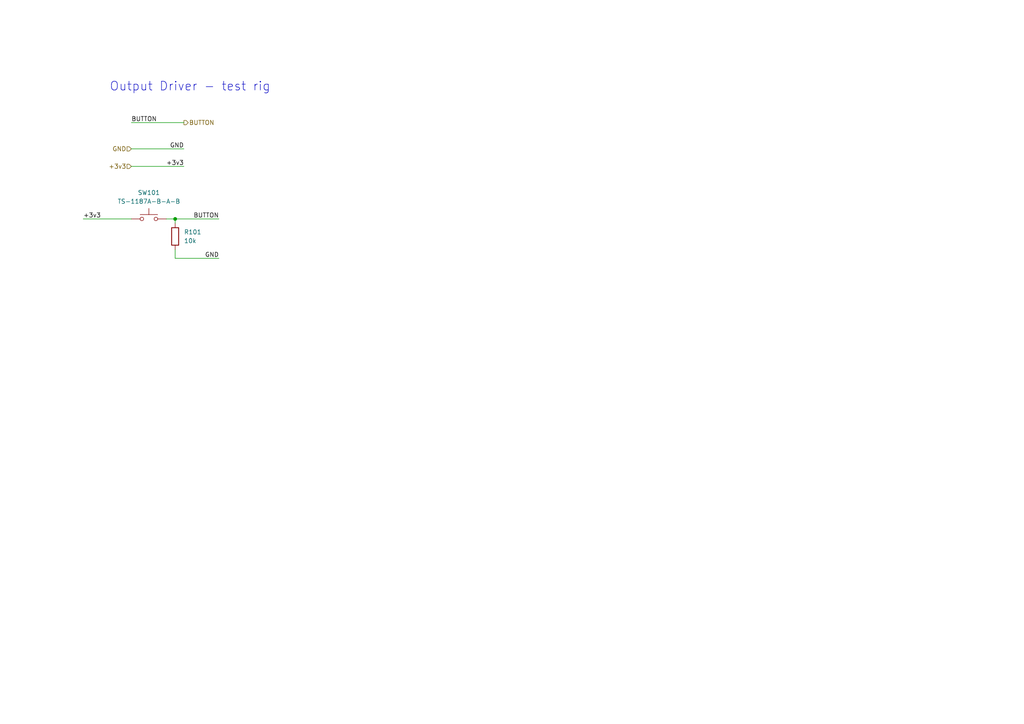
<source format=kicad_sch>
(kicad_sch (version 20231120) (generator "eeschema") (generator_version "8.0")
  (paper "A4")
  (title_block (title "xDuinoRail - LocDecoder - Development Kit") (date "2024-10-09") (rev "v0.2") (company "Chatelain Engineering, Bern - CH"))
  (lib_symbols
    (symbol "Device:R" (pin_numbers hide) (pin_names (offset 0))
      (property "Reference" "R" (at 2.032 0 90))
      (property "Value" "R" (at 0 0 90))
      (symbol "R_0_1"
        (rectangle (start -1.016 -2.54) (end 1.016 2.54) (stroke (width 0.254)))
      )
      (symbol "R_1_1"
        (pin passive line (at 0 3.81 270) (length 1.27) (name "~") (number "1"))
        (pin passive line (at 0 -3.81 90) (length 1.27) (name "~") (number "2"))
      )
    )
    (symbol "Switch:SW_Push" (pin_numbers hide) (pin_names (offset 1.016) hide)
      (property "Reference" "SW" (at 1.27 2.54 0))
      (property "Value" "SW_Push" (at 0 -1.524 0))
      (symbol "SW_Push_0_1"
        (circle (center -2.032 0) (radius 0.508))
        (polyline (pts (xy 0 1.27) (xy 0 3.048)))
        (polyline (pts (xy 2.54 1.27) (xy -2.54 1.27)))
        (circle (center 2.032 0) (radius 0.508))
        (pin passive line (at -5.08 0 0) (length 2.54) (name "1") (number "1"))
        (pin passive line (at 5.08 0 180) (length 2.54) (name "2") (number "2"))
      )
    )
  )
  (junction (at 50.8 63.5))
  (wire (pts (xy 50.8 63.5) (xy 48.26 63.5)))
  (wire (pts (xy 24.13 63.5) (xy 38.1 63.5)))
  (wire (pts (xy 53.34 48.26) (xy 38.1 48.26)))
  (wire (pts (xy 38.1 35.56) (xy 53.34 35.56)))
  (wire (pts (xy 50.8 74.93) (xy 63.5 74.93)))
  (wire (pts (xy 53.34 43.18) (xy 38.1 43.18)))
  (wire (pts (xy 50.8 64.77) (xy 50.8 63.5)))
  (wire (pts (xy 50.8 72.39) (xy 50.8 74.93)))
  (wire (pts (xy 63.5 63.5) (xy 50.8 63.5)))
  (text "Output Driver - test rig" (at 31.75 26.67 0) (effects (font (size 2.54 2.54)) (justify left bottom)))
  (label "BUTTON" (at 38.1 35.56 0))
  (label "BUTTON" (at 63.5 63.5 180))
  (label "GND" (at 63.5 74.93 180))
  (label "+3v3" (at 24.13 63.5 0))
  (label "+3v3" (at 53.34 48.26 180))
  (label "GND" (at 53.34 43.18 180))
  (hierarchical_label "BUTTON" (shape output) (at 53.34 35.56 0))
  (hierarchical_label "+3v3" (shape input) (at 38.1 48.26 180))
  (hierarchical_label "GND" (shape input) (at 38.1 43.18 180))
  (symbol (lib_id "Switch:SW_Push") (at 43.18 63.5 0) (unit 1)
    (property "Reference" "SW101" (at 43.18 55.88 0))
    (property "Value" "TS-1187A-B-A-B" (at 43.18 58.42 0))
    (property "Footprint" "Button_Switch_SMD:SW_Push_1P1T_XKB_TS-1187A" (effects (hide yes)))
    (property "Description" "Push button switch, generic, two pins" (effects (hide yes)))
    (property "OLI_ID" "TS-1187A-B-A-B_XBK_TS" (effects (hide yes)))
  )
  (symbol (lib_id "Device:R") (at 50.8 68.58 0) (unit 1)
    (property "Reference" "R101" (at 53.34 67.3099 0) (effects (justify left)))
    (property "Value" "10k" (at 53.34 69.8499 0) (effects (justify left)))
    (property "Footprint" "Resistor_SMD:R_0603_1608Metric" (effects (hide yes)))
    (property "Description" "Resistor" (effects (hide yes)))
    (property "OLI_ID" "10k_0603" (effects (hide yes)))
  )
)
</source>
